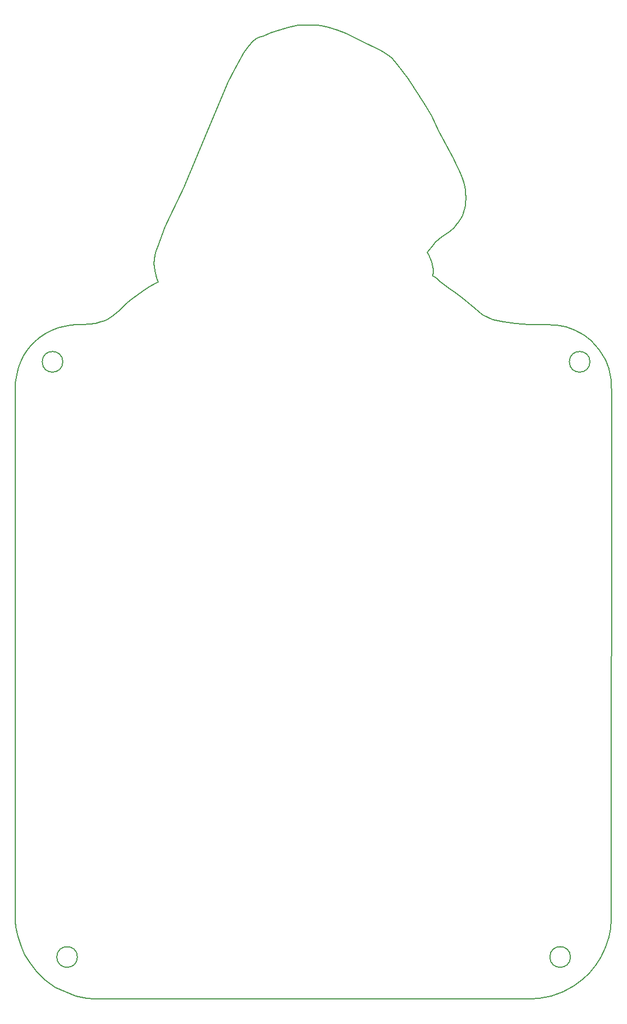
<source format=gm1>
G04 #@! TF.GenerationSoftware,KiCad,Pcbnew,(5.1.5)-3*
G04 #@! TF.CreationDate,2020-11-22T15:34:09-07:00*
G04 #@! TF.ProjectId,purplewizard,70757270-6c65-4776-997a-6172642e6b69,0.1*
G04 #@! TF.SameCoordinates,Original*
G04 #@! TF.FileFunction,Profile,NP*
%FSLAX46Y46*%
G04 Gerber Fmt 4.6, Leading zero omitted, Abs format (unit mm)*
G04 Created by KiCad (PCBNEW (5.1.5)-3) date 2020-11-22 15:34:09*
%MOMM*%
%LPD*%
G04 APERTURE LIST*
%ADD10C,0.150000*%
G04 APERTURE END LIST*
D10*
X169945600Y-52843600D02*
X170235600Y-52523600D01*
X169355600Y-53373600D02*
X169945600Y-52843600D01*
X168785600Y-53783600D02*
X169355600Y-53373600D01*
X168105600Y-54153600D02*
X168785600Y-53783600D01*
X167605600Y-54573600D02*
X168105600Y-54153600D01*
X167135600Y-55063600D02*
X167605600Y-54573600D01*
X166635600Y-55683600D02*
X167135600Y-55063600D01*
X166125600Y-56283600D02*
X166635600Y-55683600D01*
X165815600Y-56653600D02*
X166125600Y-56283600D01*
X166055600Y-57093600D02*
X165815600Y-56653600D01*
X166235600Y-57473600D02*
X166055600Y-57093600D01*
X166505600Y-58113600D02*
X166235600Y-57473600D01*
X166665600Y-58813600D02*
X166505600Y-58113600D01*
X166735600Y-59233600D02*
X166665600Y-58813600D01*
X166745600Y-59873600D02*
X166735600Y-59233600D01*
X166725600Y-60133600D02*
X166745600Y-59873600D01*
X166705600Y-60273600D02*
X166725600Y-60133600D01*
X166855600Y-60393600D02*
X166705600Y-60273600D01*
X167235600Y-60653600D02*
X166855600Y-60393600D01*
X167785600Y-61103600D02*
X167235600Y-60653600D01*
X169165600Y-62113600D02*
X167785600Y-61103600D01*
X170225600Y-62933600D02*
X169165600Y-62113600D01*
X171255600Y-63713600D02*
X170225600Y-62933600D01*
X173195600Y-65323600D02*
X171255600Y-63713600D01*
X174375600Y-66263600D02*
X173195600Y-65323600D01*
X176025600Y-67053600D02*
X174375600Y-66263600D01*
X177715600Y-67393600D02*
X176025600Y-67053600D01*
X179595600Y-67683600D02*
X177715600Y-67393600D01*
X181605600Y-67803600D02*
X179595600Y-67683600D01*
X184075600Y-67833600D02*
X181605600Y-67803600D01*
X185865600Y-67873600D02*
X184075600Y-67833600D01*
X187365600Y-68173600D02*
X185865600Y-67873600D01*
X188725600Y-68663600D02*
X187365600Y-68173600D01*
X190135600Y-69393600D02*
X188725600Y-68663600D01*
X191215600Y-70273600D02*
X190135600Y-69393600D01*
X192515600Y-71713600D02*
X191215600Y-70273600D01*
X193495600Y-73333600D02*
X192515600Y-71713600D01*
X194015600Y-74673600D02*
X193495600Y-73333600D01*
X194355600Y-76443600D02*
X194015600Y-74673600D01*
X194435600Y-78923600D02*
X194355600Y-76443600D01*
X194385600Y-160083600D02*
X194435600Y-78923600D01*
X194305600Y-161353600D02*
X194385600Y-160083600D01*
X194045600Y-162743600D02*
X194305600Y-161353600D01*
X193445600Y-164463600D02*
X194045600Y-162743600D01*
X192795600Y-165843600D02*
X193445600Y-164463600D01*
X191975600Y-167063600D02*
X192795600Y-165843600D01*
X190985600Y-168293600D02*
X191975600Y-167063600D01*
X189975600Y-169273600D02*
X190985600Y-168293600D01*
X188585600Y-170283600D02*
X189975600Y-169273600D01*
X186935600Y-171183600D02*
X188585600Y-170283600D01*
X185015600Y-171873600D02*
X186935600Y-171183600D01*
X183225600Y-172243600D02*
X185015600Y-171873600D01*
X181825600Y-172323600D02*
X183225600Y-172243600D01*
X114295600Y-172343600D02*
X181825600Y-172323600D01*
X112995600Y-172213600D02*
X114295600Y-172343600D01*
X111325600Y-171873600D02*
X112995600Y-172213600D01*
X109665600Y-171243600D02*
X111325600Y-171873600D01*
X108115600Y-170483600D02*
X109665600Y-171243600D01*
X106505600Y-169323600D02*
X108115600Y-170483600D01*
X105205600Y-168063600D02*
X106505600Y-169323600D01*
X104165600Y-166713600D02*
X105205600Y-168063600D01*
X103395600Y-165473600D02*
X104165600Y-166713600D01*
X102805600Y-164173600D02*
X103395600Y-165473600D01*
X102315600Y-162643600D02*
X102805600Y-164173600D01*
X102035600Y-161193600D02*
X102315600Y-162643600D01*
X101955600Y-160243600D02*
X102035600Y-161193600D01*
X101935600Y-76903600D02*
X101955600Y-160243600D01*
X102135600Y-75503600D02*
X101935600Y-76903600D01*
X102415600Y-74403600D02*
X102135600Y-75503600D01*
X102745600Y-73603600D02*
X102415600Y-74403600D01*
X103195600Y-72663600D02*
X102745600Y-73603600D01*
X103675600Y-71923600D02*
X103195600Y-72663600D01*
X104305600Y-71123600D02*
X103675600Y-71923600D01*
X104865600Y-70523600D02*
X104305600Y-71123600D01*
X105635600Y-69873600D02*
X104865600Y-70523600D01*
X106615600Y-69193600D02*
X105635600Y-69873600D01*
X107465600Y-68743600D02*
X106615600Y-69193600D01*
X108555600Y-68303600D02*
X107465600Y-68743600D01*
X109585600Y-68053600D02*
X108555600Y-68303600D01*
X110565600Y-67883600D02*
X109585600Y-68053600D01*
X111285600Y-67843600D02*
X110565600Y-67883600D01*
X112445600Y-67833600D02*
X111285600Y-67843600D01*
X113435600Y-67733600D02*
X112445600Y-67833600D01*
X114325600Y-67633600D02*
X113435600Y-67733600D01*
X115095600Y-67413600D02*
X114325600Y-67633600D01*
X115775600Y-67213600D02*
X115095600Y-67413600D01*
X116325600Y-66953600D02*
X115775600Y-67213600D01*
X117185600Y-66393600D02*
X116325600Y-66953600D01*
X118095600Y-65623600D02*
X117185600Y-66393600D01*
X119295600Y-64453600D02*
X118095600Y-65623600D01*
X120065600Y-63833600D02*
X119295600Y-64453600D01*
X120935600Y-63153600D02*
X120065600Y-63833600D01*
X121555600Y-62713600D02*
X120935600Y-63153600D01*
X122665600Y-61983600D02*
X121555600Y-62713600D01*
X123775600Y-61363600D02*
X122665600Y-61983600D01*
X124095600Y-61193600D02*
X123775600Y-61363600D01*
X123875600Y-60633600D02*
X124095600Y-61193600D01*
X123725600Y-60193600D02*
X123875600Y-60633600D01*
X123565600Y-59503600D02*
X123725600Y-60193600D01*
X123465600Y-58873600D02*
X123565600Y-59503600D01*
X123435600Y-58423600D02*
X123465600Y-58873600D01*
X123475600Y-57633600D02*
X123435600Y-58423600D01*
X123565600Y-57053600D02*
X123475600Y-57633600D01*
X123725600Y-56413600D02*
X123565600Y-57053600D01*
X123975600Y-55833600D02*
X123725600Y-56413600D01*
X125135600Y-52763600D02*
X123975600Y-55833600D01*
X125975600Y-50933600D02*
X125135600Y-52763600D01*
X128055600Y-46533600D02*
X125975600Y-50933600D01*
X131535600Y-38293600D02*
X128055600Y-46533600D01*
X134935600Y-30243600D02*
X131535600Y-38293600D01*
X135935600Y-28313600D02*
X134935600Y-30243600D01*
X137425600Y-25673600D02*
X135935600Y-28313600D01*
X138185600Y-24613600D02*
X137425600Y-25673600D01*
X138735600Y-23983600D02*
X138185600Y-24613600D01*
X139225600Y-23583600D02*
X138735600Y-23983600D01*
X139745600Y-23323600D02*
X139225600Y-23583600D01*
X140415600Y-23093600D02*
X139745600Y-23323600D01*
X141565600Y-22653600D02*
X140415600Y-23093600D01*
X142875600Y-22163600D02*
X141565600Y-22653600D01*
X144325600Y-21743600D02*
X142875600Y-22163600D01*
X145805600Y-21423600D02*
X144325600Y-21743600D01*
X147325600Y-21403600D02*
X145805600Y-21423600D01*
X148695600Y-21393600D02*
X147325600Y-21403600D01*
X149405600Y-21493600D02*
X148695600Y-21393600D01*
X150525600Y-21793600D02*
X149405600Y-21493600D01*
X151845600Y-22213600D02*
X150525600Y-21793600D01*
X153185600Y-22723600D02*
X151845600Y-22213600D01*
X154365600Y-23253600D02*
X153185600Y-22723600D01*
X156235600Y-24183600D02*
X154365600Y-23253600D01*
X157695600Y-24903600D02*
X156235600Y-24183600D01*
X158725600Y-25413600D02*
X157695600Y-24903600D01*
X159635600Y-25963600D02*
X158725600Y-25413600D01*
X160295600Y-26533600D02*
X159635600Y-25963600D01*
X161165600Y-27493600D02*
X160295600Y-26533600D01*
X162835600Y-29693600D02*
X161165600Y-27493600D01*
X165515600Y-33793600D02*
X162835600Y-29693600D01*
X166475600Y-35483600D02*
X165515600Y-33793600D01*
X167635600Y-37843600D02*
X166475600Y-35483600D01*
X169865600Y-42103600D02*
X167635600Y-37843600D01*
X170335600Y-43043600D02*
X169865600Y-42103600D01*
X170765600Y-43863600D02*
X170335600Y-43043600D01*
X171095600Y-44633600D02*
X170765600Y-43863600D01*
X171375600Y-45343600D02*
X171095600Y-44633600D01*
X171545600Y-45843600D02*
X171375600Y-45343600D01*
X171685600Y-46483600D02*
X171545600Y-45843600D01*
X171755600Y-47023600D02*
X171685600Y-46483600D01*
X171805600Y-47563600D02*
X171755600Y-47023600D01*
X171835600Y-48003600D02*
X171805600Y-47563600D01*
X171835600Y-48403600D02*
X171835600Y-48003600D01*
X171805600Y-48763600D02*
X171835600Y-48403600D01*
X171755600Y-49243600D02*
X171805600Y-48763600D01*
X171655600Y-49783600D02*
X171755600Y-49243600D01*
X171545600Y-50233600D02*
X171655600Y-49783600D01*
X171395600Y-50643600D02*
X171545600Y-50233600D01*
X171225600Y-51053600D02*
X171395600Y-50643600D01*
X171075600Y-51333600D02*
X171225600Y-51053600D01*
X170845600Y-51713600D02*
X171075600Y-51333600D01*
X170615600Y-52033600D02*
X170845600Y-51713600D01*
X170445600Y-52263600D02*
X170615600Y-52033600D01*
X170235600Y-52523600D02*
X170445600Y-52263600D01*
X109285600Y-73593600D02*
G75*
G03X109285600Y-73593600I-1600000J0D01*
G01*
X191075600Y-73593600D02*
G75*
G03X191075600Y-73593600I-1600000J0D01*
G01*
X188055600Y-165813600D02*
G75*
G03X188055600Y-165813600I-1600000J0D01*
G01*
X111555600Y-165813600D02*
G75*
G03X111555600Y-165813600I-1600000J0D01*
G01*
M02*

</source>
